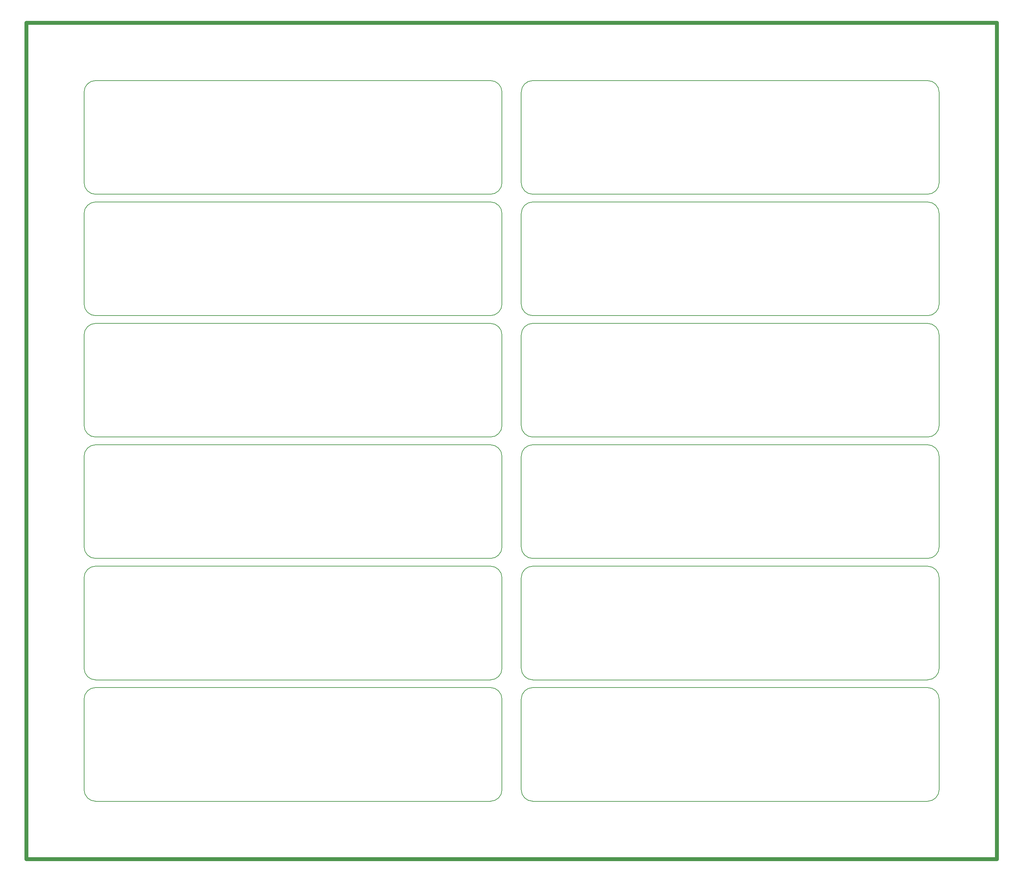
<source format=gko>
G04 Layer_Color=16711935*
%FSLAX24Y24*%
%MOIN*%
G70*
G01*
G75*
%ADD15C,0.0394*%
%ADD16C,0.0079*%
D15*
X0Y0D02*
X99213D01*
Y85433D01*
X0D02*
X99213D01*
X0Y0D02*
Y85433D01*
D16*
X51772Y17520D02*
G03*
X50591Y16339I0J-1181D01*
G01*
X93307D02*
G03*
X92126Y17520I-1181J0D01*
G01*
Y5906D02*
G03*
X93307Y7087I0J1181D01*
G01*
X50591D02*
G03*
X51772Y5906I1181J0D01*
G01*
Y17520D02*
X92126D01*
X93307Y7087D02*
Y16339D01*
X50591Y7087D02*
Y16339D01*
X51772Y5906D02*
X92126D01*
X51772Y29921D02*
G03*
X50591Y28740I0J-1181D01*
G01*
X93307D02*
G03*
X92126Y29921I-1181J0D01*
G01*
Y18307D02*
G03*
X93307Y19488I0J1181D01*
G01*
X50591D02*
G03*
X51772Y18307I1181J0D01*
G01*
Y29921D02*
X92126D01*
X93307Y19488D02*
Y28740D01*
X50591Y19488D02*
Y28740D01*
X51772Y18307D02*
X92126D01*
X51772Y42323D02*
G03*
X50591Y41142I0J-1181D01*
G01*
X93307D02*
G03*
X92126Y42323I-1181J0D01*
G01*
Y30709D02*
G03*
X93307Y31890I0J1181D01*
G01*
X50591D02*
G03*
X51772Y30709I1181J0D01*
G01*
Y42323D02*
X92126D01*
X93307Y31890D02*
Y41142D01*
X50591Y31890D02*
Y41142D01*
X51772Y30709D02*
X92126D01*
X51772Y54724D02*
G03*
X50591Y53543I0J-1181D01*
G01*
X93307D02*
G03*
X92126Y54724I-1181J0D01*
G01*
Y43110D02*
G03*
X93307Y44291I0J1181D01*
G01*
X50591D02*
G03*
X51772Y43110I1181J0D01*
G01*
Y54724D02*
X92126D01*
X93307Y44291D02*
Y53543D01*
X50591Y44291D02*
Y53543D01*
X51772Y43110D02*
X92126D01*
X51772Y67126D02*
G03*
X50591Y65945I0J-1181D01*
G01*
X93307D02*
G03*
X92126Y67126I-1181J0D01*
G01*
Y55512D02*
G03*
X93307Y56693I0J1181D01*
G01*
X50591D02*
G03*
X51772Y55512I1181J0D01*
G01*
Y67126D02*
X92126D01*
X93307Y56693D02*
Y65945D01*
X50591Y56693D02*
Y65945D01*
X51772Y55512D02*
X92126D01*
X51772Y79528D02*
G03*
X50591Y78346I0J-1181D01*
G01*
X93307D02*
G03*
X92126Y79528I-1181J0D01*
G01*
Y67913D02*
G03*
X93307Y69094I0J1181D01*
G01*
X50591D02*
G03*
X51772Y67913I1181J0D01*
G01*
Y79528D02*
X92126D01*
X93307Y69094D02*
Y78346D01*
X50591Y69094D02*
Y78346D01*
X51772Y67913D02*
X92126D01*
X7087Y17520D02*
G03*
X5906Y16339I0J-1181D01*
G01*
X48622D02*
G03*
X47441Y17520I-1181J0D01*
G01*
Y5906D02*
G03*
X48622Y7087I0J1181D01*
G01*
X5906D02*
G03*
X7087Y5906I1181J0D01*
G01*
Y17520D02*
X47441D01*
X48622Y7087D02*
Y16339D01*
X5906Y7087D02*
Y16339D01*
X7087Y5906D02*
X47441D01*
X7087Y29921D02*
G03*
X5906Y28740I0J-1181D01*
G01*
X48622D02*
G03*
X47441Y29921I-1181J0D01*
G01*
Y18307D02*
G03*
X48622Y19488I0J1181D01*
G01*
X5906D02*
G03*
X7087Y18307I1181J0D01*
G01*
Y29921D02*
X47441D01*
X48622Y19488D02*
Y28740D01*
X5906Y19488D02*
Y28740D01*
X7087Y18307D02*
X47441D01*
X7087Y42323D02*
G03*
X5906Y41142I0J-1181D01*
G01*
X48622D02*
G03*
X47441Y42323I-1181J0D01*
G01*
Y30709D02*
G03*
X48622Y31890I0J1181D01*
G01*
X5906D02*
G03*
X7087Y30709I1181J0D01*
G01*
Y42323D02*
X47441D01*
X48622Y31890D02*
Y41142D01*
X5906Y31890D02*
Y41142D01*
X7087Y30709D02*
X47441D01*
X7087Y54724D02*
G03*
X5906Y53543I0J-1181D01*
G01*
X48622D02*
G03*
X47441Y54724I-1181J0D01*
G01*
Y43110D02*
G03*
X48622Y44291I0J1181D01*
G01*
X5906D02*
G03*
X7087Y43110I1181J0D01*
G01*
Y54724D02*
X47441D01*
X48622Y44291D02*
Y53543D01*
X5906Y44291D02*
Y53543D01*
X7087Y43110D02*
X47441D01*
X7087Y67126D02*
G03*
X5906Y65945I0J-1181D01*
G01*
X48622D02*
G03*
X47441Y67126I-1181J0D01*
G01*
Y55512D02*
G03*
X48622Y56693I0J1181D01*
G01*
X5906D02*
G03*
X7087Y55512I1181J0D01*
G01*
Y67126D02*
X47441D01*
X48622Y56693D02*
Y65945D01*
X5906Y56693D02*
Y65945D01*
X7087Y55512D02*
X47441D01*
X7087Y79528D02*
G03*
X5906Y78346I0J-1181D01*
G01*
X48622D02*
G03*
X47441Y79528I-1181J0D01*
G01*
Y67913D02*
G03*
X48622Y69094I0J1181D01*
G01*
X5906D02*
G03*
X7087Y67913I1181J0D01*
G01*
Y79528D02*
X47441D01*
X48622Y69094D02*
Y78346D01*
X5906Y69094D02*
Y78346D01*
X7087Y67913D02*
X47441D01*
M02*

</source>
